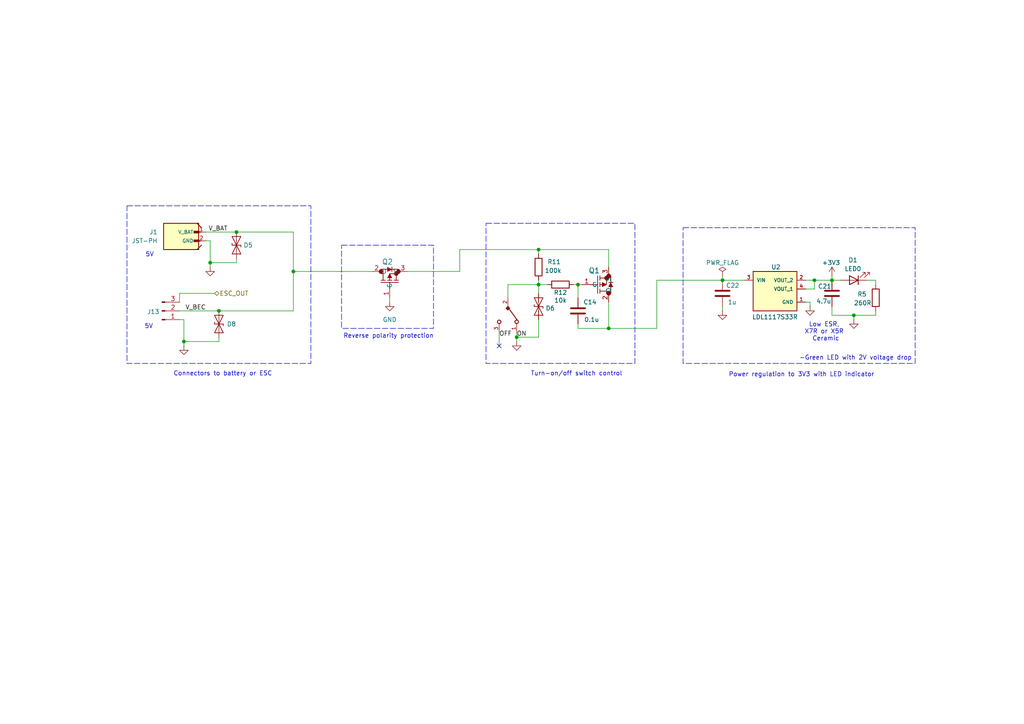
<source format=kicad_sch>
(kicad_sch (version 20250114) (generator "eeschema") (generator_version "9.0")
  (paper "A4")
  (lib_symbols
    (symbol "Connector:Conn_01x03_Pin" (pin_names (offset 1.016) (hide yes))
      (property "Reference" "J" (at 0 5.08 0))
      (property "Value" "Conn_01x03_Pin" (at 0 -5.08 0))
      (symbol "Conn_01x03_Pin_1_1"
        (rectangle (start 0.8636 2.667) (end 0 2.413) (stroke (width 0.1524)) (fill (type outline)))
        (rectangle (start 0.8636 0.127) (end 0 -0.127) (stroke (width 0.1524)) (fill (type outline)))
        (rectangle (start 0.8636 -2.413) (end 0 -2.667) (stroke (width 0.1524)) (fill (type outline)))
        (polyline (pts (xy 1.27 2.54) (xy 0.8636 2.54)) (stroke (width 0.1524)))
        (polyline (pts (xy 1.27 0) (xy 0.8636 0)) (stroke (width 0.1524)))
        (polyline (pts (xy 1.27 -2.54) (xy 0.8636 -2.54)) (stroke (width 0.1524)))
        (pin passive line (at 5.08 2.54 180) (length 3.81) (name "Pin_1") (number "1"))
        (pin passive line (at 5.08 0 180) (length 3.81) (name "Pin_2") (number "2"))
        (pin passive line (at 5.08 -2.54 180) (length 3.81) (name "Pin_3") (number "3"))
      )
    )
    (symbol "Device:C" (pin_numbers (hide yes)) (pin_names (offset 0.254))
      (property "Reference" "C" (at 0.635 2.54 0))
      (property "Value" "C" (at 0.635 -2.54 0))
      (symbol "C_0_1"
        (polyline (pts (xy -2.032 0.762) (xy 2.032 0.762)) (stroke (width 0.508)))
        (polyline (pts (xy -2.032 -0.762) (xy 2.032 -0.762)) (stroke (width 0.508)))
      )
      (symbol "C_1_1"
        (pin passive line (at 0 3.81 270) (length 2.794) (name "~") (number "1"))
        (pin passive line (at 0 -3.81 90) (length 2.794) (name "~") (number "2"))
      )
    )
    (symbol "Device:LED" (pin_numbers (hide yes)) (pin_names (offset 1.016) (hide yes))
      (property "Reference" "D" (at 0 2.54 0))
      (property "Value" "LED" (at 0 -2.54 0))
      (symbol "LED_0_1"
        (polyline (pts (xy -3.048 -0.762) (xy -4.572 -2.286) (xy -3.81 -2.286) (xy -4.572 -2.286) (xy -4.572 -1.524)))
        (polyline (pts (xy -1.778 -0.762) (xy -3.302 -2.286) (xy -2.54 -2.286) (xy -3.302 -2.286) (xy -3.302 -1.524)))
        (polyline (pts (xy -1.27 0) (xy 1.27 0)))
        (polyline (pts (xy -1.27 -1.27) (xy -1.27 1.27)) (stroke (width 0.254)))
        (polyline (pts (xy 1.27 -1.27) (xy 1.27 1.27) (xy -1.27 0) (xy 1.27 -1.27)) (stroke (width 0.254)))
      )
      (symbol "LED_1_1"
        (pin passive line (at -3.81 0 0) (length 2.54) (name "K") (number "1"))
        (pin passive line (at 3.81 0 180) (length 2.54) (name "A") (number "2"))
      )
    )
    (symbol "Device:R" (pin_numbers (hide yes)) (pin_names (offset 0))
      (property "Reference" "R" (at 2.032 0 90))
      (property "Value" "R" (at 0 0 90))
      (symbol "R_0_1"
        (rectangle (start -1.016 -2.54) (end 1.016 2.54) (stroke (width 0.254)))
      )
      (symbol "R_1_1"
        (pin passive line (at 0 3.81 270) (length 1.27) (name "~") (number "1"))
        (pin passive line (at 0 -3.81 90) (length 1.27) (name "~") (number "2"))
      )
    )
    (symbol "Diode:SMAJ5.0CA" (pin_numbers (hide yes)) (pin_names (offset 1.016) (hide yes))
      (property "Reference" "D" (at 0 2.54 0))
      (property "Value" "SMAJ5.0CA" (at 0 -2.54 0))
      (symbol "SMAJ5.0CA_0_1"
        (polyline (pts (xy -2.54 -1.27) (xy 0 0) (xy -2.54 1.27) (xy -2.54 -1.27)) (stroke (width 0.2032)))
        (polyline (pts (xy 0.508 1.27) (xy 0 1.27) (xy 0 -1.27) (xy -0.508 -1.27)) (stroke (width 0.2032)))
        (polyline (pts (xy 1.27 0) (xy -1.27 0)))
        (polyline (pts (xy 2.54 1.27) (xy 2.54 -1.27) (xy 0 0) (xy 2.54 1.27)) (stroke (width 0.2032)))
      )
      (symbol "SMAJ5.0CA_1_1"
        (pin passive line (at -3.81 0 0) (length 2.54) (name "A1") (number "1"))
        (pin passive line (at 3.81 0 180) (length 2.54) (name "A2") (number "2"))
      )
    )
    (symbol "gambos-symbols:DMP4047SK3-13" (pin_names (offset 0.254))
      (property "Reference" "Q" (at 11.43 1.905 0))
      (property "Value" "DMP4047SK3-13" (at 8.128 -16.764 0))
      (symbol "DMP4047SK3-13_0_1"
        (polyline (pts (xy 2.54 0) (xy 4.445 0)) (stroke (width 0.2032)))
        (polyline (pts (xy 4.445 -2.54) (xy 4.445 2.54)) (stroke (width 0.2032)))
        (polyline (pts (xy 5.08 1.905) (xy 6.985 1.905)) (stroke (width 0.2032)))
        (polyline (pts (xy 5.08 1.27) (xy 5.08 2.54)) (stroke (width 0.2032)))
        (polyline (pts (xy 5.08 0) (xy 5.715 0)) (stroke (width 0.2032)))
        (polyline (pts (xy 5.08 -0.635) (xy 5.08 0.635)) (stroke (width 0.2032)))
        (polyline (pts (xy 5.08 -1.905) (xy 7.112 -1.905)) (stroke (width 0.2032)))
        (polyline (pts (xy 5.08 -2.54) (xy 5.08 -1.27)) (stroke (width 0.2032)))
        (polyline (pts (xy 5.715 0.635) (xy 6.985 0) (xy 5.715 -0.635)) (fill (type outline)))
        (polyline (pts (xy 6.985 2.54) (xy 8.255 2.54)) (stroke (width 0.2032)))
        (polyline (pts (xy 6.985 1.905) (xy 6.985 2.54)) (stroke (width 0.2032)))
        (circle (center 6.985 -1.905) (radius 0.127) (stroke (width 0.508)))
        (polyline (pts (xy 6.985 -2.54) (xy 6.985 0)) (stroke (width 0.2032)))
        (polyline (pts (xy 6.985 -2.54) (xy 8.255 -2.54)) (stroke (width 0.2032)))
        (circle (center 7.62 2.54) (radius 0.127) (stroke (width 0.508)))
        (circle (center 7.62 -2.54) (radius 0.127) (stroke (width 0.508)))
        (polyline (pts (xy 8.255 0.635) (xy 8.255 2.54)) (stroke (width 0.2032)))
        (polyline (pts (xy 8.255 -2.54) (xy 8.255 -0.635)) (stroke (width 0.2032)))
        (polyline (pts (xy 8.89 0.635) (xy 7.62 0.635) (xy 8.255 -0.635)) (fill (type outline)))
        (polyline (pts (xy 8.89 -0.635) (xy 7.62 -0.635)) (stroke (width 0.2032)))
        (pin unspecified line (at 0 0 0) (length 2.54) (name "G") (number "1"))
        (pin unspecified line (at 7.62 5.08 270) (length 2.54) (name "D") (number "2"))
        (pin unspecified line (at 7.62 -5.08 90) (length 2.54) (name "S") (number "3"))
      )
    )
    (symbol "gambos-symbols:JST-PH" (pin_names (offset 1.016))
      (property "Reference" "J" (at -5.58 5.08 0))
      (property "Value" "JST-PH" (at -5.08 -5.08 0))
      (symbol "JST-PH_0_0"
        (polyline (pts (xy -5.08 3.81) (xy -3.81 5.08)) (stroke (width 0.254)))
        (polyline (pts (xy -5.08 2.54) (xy -3.175 2.54)) (stroke (width 0.254)))
        (polyline (pts (xy -5.08 0) (xy -3.175 0)) (stroke (width 0.254)))
        (polyline (pts (xy -5.08 -1.27) (xy -3.81 -2.54)) (stroke (width 0.254)))
        (rectangle (start -4.445 2.2225) (end -2.8575 2.8575) (stroke (width 0.1)) (fill (type outline)))
        (rectangle (start -4.445 -0.3175) (end -2.8575 0.3175) (stroke (width 0.1)) (fill (type outline)))
        (rectangle (start -4.2863 -2.54) (end 5.8738 5.08) (stroke (width 0.254)) (fill (type background)))
        (pin passive line (at -6.35 2.54 0) (length 2.54) (name "V_BAT") (number "1"))
        (pin passive line (at -6.35 0 0) (length 2.54) (name "GND") (number "2"))
      )
    )
    (symbol "gambos-symbols:LDL1117S33R" (pin_names (offset 1.016))
      (property "Reference" "U" (at 2.794 5.842 0))
      (property "Value" "LDL1117S33R" (at -3.048 -8.89 0))
      (symbol "LDL1117S33R_0_0"
        (rectangle (start -2.54 5.08) (end 10.16 -6.35) (stroke (width 0.254)) (fill (type background)))
        (pin input line (at -5.08 2.54 0) (length 2.54) (name "VIN") (number "3"))
        (pin power_in line (at 12.7 -3.81 180) (length 2.54) (name "GND") (number "1"))
      )
      (symbol "LDL1117S33R_1_0"
        (pin output line (at 12.7 2.54 180) (length 2.54) (name "VOUT_2") (number "2"))
        (pin output line (at 12.7 0 180) (length 2.54) (name "VOUT_1") (number "4"))
      )
    )
    (symbol "gambos-symbols:Slide_switch" (pin_names (offset 1.016))
      (property "Reference" "Slide_SW" (at 0.508 5.334 0))
      (property "Value" "450404015514" (at -12.7 -4.826 0))
      (symbol "Slide_switch_0_0"
        (polyline (pts (xy -2.032 -0.508) (xy -2.54 0) (xy -2.032 0.508) (xy -1.524 0) (xy -2.032 -0.508)) (stroke (width 0.254)) (fill (type outline)))
        (polyline (pts (xy -1.646 0.5) (xy 1.4 2.7)) (stroke (width 0.254)))
        (circle (center 1.905 2.54) (radius 0.508) (stroke (width 0.254)))
        (circle (center 1.905 -2.54) (radius 0.508) (stroke (width 0.254)))
        (pin passive line (at -5.08 0 0) (length 2.54) (name "~") (number "2"))
        (pin passive line (at 5.08 2.54 180) (length 2.54) (name "~") (number "1"))
        (pin passive line (at 5.08 -2.54 180) (length 2.54) (name "~") (number "3"))
      )
    )
    (symbol "power:+3V3" (power) (pin_numbers (hide yes)) (pin_names (offset 0) (hide yes))
      (property "Value" "+3V3" (at 0 3.556 0))
      (symbol "+3V3_0_1"
        (polyline (pts (xy -0.762 1.27) (xy 0 2.54)))
        (polyline (pts (xy 0 2.54) (xy 0.762 1.27)))
        (polyline (pts (xy 0 0) (xy 0 2.54)))
      )
      (symbol "+3V3_1_1"
        (pin power_in line (at 0 0 90) (length 0) (name "~") (number "1"))
      )
    )
    (symbol "power:GND" (power) (pin_numbers (hide yes)) (pin_names (offset 0) (hide yes))
      (property "Value" "GND" (at 0 -3.81 0))
      (symbol "GND_0_1"
        (polyline (pts (xy 0 0) (xy 0 -1.27) (xy 1.27 -1.27) (xy 0 -2.54) (xy -1.27 -1.27) (xy 0 -1.27)))
      )
      (symbol "GND_1_1"
        (pin power_in line (at 0 0 270) (length 0) (name "~") (number "1"))
      )
    )
    (symbol "power:PWR_FLAG" (power) (pin_numbers (hide yes)) (pin_names (offset 0) (hide yes))
      (property "Value" "PWR_FLAG" (at 0 3.81 0))
      (symbol "PWR_FLAG_0_0"
        (pin power_out line (at 0 0 90) (length 0) (name "~") (number "1"))
      )
      (symbol "PWR_FLAG_0_1"
        (polyline (pts (xy 0 0) (xy 0 1.27) (xy -1.016 1.905) (xy 0 2.54) (xy 1.016 1.905) (xy 0 1.27)))
      )
    )
  )
  (rectangle (start 198.12 66.04) (end 265.43 105.41) (stroke (width 0) (type dash)))
  (rectangle (start 140.97 64.77) (end 184.15 105.41) (stroke (width 0) (type dash)))
  (rectangle (start 36.83 59.69) (end 90.17 105.41) (stroke (width 0) (type dash)))
  (rectangle (start 99.06 71.12) (end 125.73 95.25) (stroke (width 0) (type dash)))
  (text "5V" (at 42.164 73.914 0) (effects (font (size 1.27 1.27)) (justify left)))
  (text "Low ESR, \nX7R or X5R \nCeramic\n" (at 239.522 96.266 0) (effects (font (size 1.27 1.27))))
  (text "Reverse polarity protection" (at 99.568 97.536 0) (effects (font (size 1.27 1.27)) (justify left)))
  (text "Connectors to battery or ESC" (at 50.292 108.458 0) (effects (font (size 1.27 1.27)) (justify left)))
  (text "Power regulation to 3V3 with LED indicator" (at 211.328 108.712 0) (effects (font (size 1.27 1.27)) (justify left)))
  (text "5V" (at 41.91 94.742 0) (effects (font (size 1.27 1.27)) (justify left)))
  (text "Turn-on/off switch control" (at 153.924 108.458 0) (effects (font (size 1.27 1.27)) (justify left)))
  (text "-Green LED with 2V voltage drop" (at 248.158 103.886 0) (effects (font (size 1.27 1.27))))
  (junction (at 85.09 78.74))
  (junction (at 236.22 81.28))
  (junction (at 209.55 81.28))
  (junction (at 53.34 99.06))
  (junction (at 176.53 95.25))
  (junction (at 247.65 91.44))
  (junction (at 149.86 97.79))
  (junction (at 167.64 82.55))
  (junction (at 241.3 81.28))
  (junction (at 68.58 67.31))
  (junction (at 60.96 76.2))
  (junction (at 156.21 72.39))
  (junction (at 63.5 90.17))
  (junction (at 156.21 82.55))
  (no_connect (at 144.78 100.33))
  (wire (pts (xy 156.21 92.71) (xy 156.21 97.79)))
  (wire (pts (xy 156.21 81.28) (xy 156.21 82.55)))
  (wire (pts (xy 167.64 82.55) (xy 168.91 82.55)))
  (wire (pts (xy 53.34 99.06) (xy 53.34 100.33)))
  (wire (pts (xy 247.65 91.44) (xy 254 91.44)))
  (wire (pts (xy 85.09 78.74) (xy 107.95 78.74)))
  (wire (pts (xy 60.96 69.85) (xy 60.96 76.2)))
  (wire (pts (xy 63.5 90.17) (xy 85.09 90.17)))
  (wire (pts (xy 68.58 76.2) (xy 60.96 76.2)))
  (wire (pts (xy 60.96 76.2) (xy 60.96 77.47)))
  (wire (pts (xy 167.64 93.98) (xy 167.64 95.25)))
  (wire (pts (xy 209.55 88.9) (xy 209.55 90.17)))
  (wire (pts (xy 144.78 96.52) (xy 144.78 100.33)))
  (wire (pts (xy 118.11 78.74) (xy 133.35 78.74)))
  (wire (pts (xy 254 81.28) (xy 254 82.55)))
  (wire (pts (xy 133.35 72.39) (xy 156.21 72.39)))
  (wire (pts (xy 209.55 80.01) (xy 209.55 81.28)))
  (wire (pts (xy 53.34 92.71) (xy 53.34 99.06)))
  (wire (pts (xy 209.55 81.28) (xy 215.9 81.28)))
  (wire (pts (xy 149.86 96.52) (xy 149.86 97.79)))
  (wire (pts (xy 156.21 82.55) (xy 158.75 82.55)))
  (wire (pts (xy 52.07 92.71) (xy 53.34 92.71)))
  (wire (pts (xy 52.07 90.17) (xy 63.5 90.17)))
  (wire (pts (xy 52.07 85.09) (xy 62.23 85.09)))
  (wire (pts (xy 85.09 67.31) (xy 85.09 78.74)))
  (wire (pts (xy 233.68 83.82) (xy 236.22 83.82)))
  (wire (pts (xy 156.21 97.79) (xy 149.86 97.79)))
  (wire (pts (xy 68.58 67.31) (xy 85.09 67.31)))
  (wire (pts (xy 247.65 91.44) (xy 247.65 92.71)))
  (wire (pts (xy 59.69 67.31) (xy 68.58 67.31)))
  (wire (pts (xy 176.53 87.63) (xy 176.53 95.25)))
  (wire (pts (xy 166.37 82.55) (xy 167.64 82.55)))
  (wire (pts (xy 241.3 88.9) (xy 241.3 91.44)))
  (wire (pts (xy 176.53 95.25) (xy 190.5 95.25)))
  (wire (pts (xy 236.22 81.28) (xy 241.3 81.28)))
  (wire (pts (xy 241.3 91.44) (xy 247.65 91.44)))
  (wire (pts (xy 156.21 73.66) (xy 156.21 72.39)))
  (wire (pts (xy 113.03 86.36) (xy 113.03 87.63)))
  (wire (pts (xy 156.21 72.39) (xy 176.53 72.39)))
  (wire (pts (xy 147.32 82.55) (xy 147.32 86.36)))
  (wire (pts (xy 176.53 72.39) (xy 176.53 77.47)))
  (wire (pts (xy 147.32 82.55) (xy 156.21 82.55)))
  (wire (pts (xy 234.95 88.9) (xy 234.95 87.63)))
  (wire (pts (xy 68.58 74.93) (xy 68.58 76.2)))
  (wire (pts (xy 63.5 99.06) (xy 53.34 99.06)))
  (wire (pts (xy 254 91.44) (xy 254 90.17)))
  (wire (pts (xy 241.3 81.28) (xy 243.84 81.28)))
  (wire (pts (xy 236.22 83.82) (xy 236.22 81.28)))
  (wire (pts (xy 233.68 81.28) (xy 236.22 81.28)))
  (wire (pts (xy 149.86 97.79) (xy 149.86 99.06)))
  (wire (pts (xy 241.3 80.01) (xy 241.3 81.28)))
  (wire (pts (xy 190.5 81.28) (xy 209.55 81.28)))
  (wire (pts (xy 156.21 82.55) (xy 156.21 85.09)))
  (wire (pts (xy 234.95 87.63) (xy 233.68 87.63)))
  (wire (pts (xy 85.09 90.17) (xy 85.09 78.74)))
  (wire (pts (xy 251.46 81.28) (xy 254 81.28)))
  (wire (pts (xy 133.35 78.74) (xy 133.35 72.39)))
  (wire (pts (xy 190.5 95.25) (xy 190.5 81.28)))
  (wire (pts (xy 167.64 95.25) (xy 176.53 95.25)))
  (wire (pts (xy 63.5 97.79) (xy 63.5 99.06)))
  (wire (pts (xy 52.07 85.09) (xy 52.07 87.63)))
  (wire (pts (xy 167.64 82.55) (xy 167.64 86.36)))
  (wire (pts (xy 59.69 69.85) (xy 60.96 69.85)))
  (label "OFF" (at 144.78 97.79 0))
  (label "V_BAT" (at 66.04 67.31 180))
  (label "ON" (at 149.86 97.79 0))
  (label "V_BEC" (at 59.69 90.17 180))
  (hierarchical_label "ESC_OUT" (shape bidirectional) (at 62.23 85.09 0))
  (symbol (lib_id "power:GND") (at 113.03 87.63 0) (unit 1)
    (property "Reference" "#PWR063" (effects (hide yes)))
    (property "Value" "GND" (at 113.03 92.71 0))
    (property "Description" "Power symbol creates a global label with name \"GND\" , ground" (effects (hide yes)))
  )
  (symbol (lib_id "gambos-symbols:Slide_switch") (at 147.32 91.44 270) (unit 1)
    (property "Reference" "Slide_SW1" (effects (hide yes)))
    (property "Value" "450404015514" (effects (hide yes)))
    (property "Footprint" "gambos-pcb:450404015514" (effects (hide yes)))
    (property "Datasheet" "https://www.digikey.com/en/products/detail/w%C3%BCrth-elektronik/450404015514/9950812" (effects (hide yes)))
  )
  (symbol (lib_id "power:GND") (at 247.65 92.71 0) (unit 1)
    (property "Reference" "#PWR044" (effects (hide yes)))
    (property "Value" "GND" (effects (hide yes)))
    (property "Description" "Power symbol creates a global label with name \"GND\" , ground" (effects (hide yes)))
  )
  (symbol (lib_id "Device:C") (at 209.55 85.09 0) (unit 1)
    (property "Reference" "C22" (at 210.566 82.804 0) (effects (justify left)))
    (property "Value" "1u" (at 211.074 87.63 0) (effects (justify left)))
    (property "Footprint" "Capacitor_SMD:C_0603_1608Metric" (effects (hide yes)))
    (property "Description" "Unpolarized capacitor" (effects (hide yes)))
  )
  (symbol (lib_id "Diode:SMAJ5.0CA") (at 68.58 71.12 90) (unit 1)
    (property "Reference" "D5" (at 70.612 71.12 90) (effects (justify right)))
    (property "Value" "SMAJ5.0CA" (effects (hide yes)))
    (property "Footprint" "Diode_SMD:D_SMA" (effects (hide yes)))
    (property "Datasheet" "https://www.digikey.com/en/products/detail/bourns-inc/SMAJ5-0CA/2254237" (effects (hide yes)))
    (property "Description" "400W bidirectional Transient Voltage Suppressor, 5.0Vr, SMA(DO-214AC)" (effects (hide yes)))
  )
  (symbol (lib_id "Device:R") (at 254 86.36 0) (unit 1)
    (property "Reference" "R5" (at 248.666 85.344 0) (effects (justify left)))
    (property "Value" "260R" (at 247.65 87.884 0) (effects (justify left)))
    (property "Footprint" "Resistor_SMD:R_0402_1005Metric" (effects (hide yes)))
    (property "Description" "Resistor" (effects (hide yes)))
  )
  (symbol (lib_id "power:PWR_FLAG") (at 209.55 80.01 0) (unit 1)
    (property "Reference" "#FLG02" (effects (hide yes)))
    (property "Value" "PWR_FLAG" (at 209.55 76.2 0))
    (property "Description" "Special symbol for telling ERC where power comes from" (effects (hide yes)))
  )
  (symbol (lib_id "gambos-symbols:DMP4047SK3-13") (at 168.91 82.55 0) (mirror x) (unit 1)
    (property "Reference" "Q1" (at 170.688 78.486 0) (effects (font (size 1.524 1.524)) (justify left)))
    (property "Value" "DMP4047SK3-13" (effects (hide yes)))
    (property "Footprint" "gambos-pcb:PMOSGDS_TO252DPAK_DIO-M" (effects (hide yes)))
    (property "Datasheet" "https://www.digikey.de/en/products/detail/diodes-incorporated/DMP4047SK3-13/5147402?s=N4IgTCBcDaICIFkAKAWADCg7AZQNIGYQBdAXyA" (effects (hide yes)))
  )
  (symbol (lib_id "gambos-symbols:DMP4047SK3-13") (at 113.03 86.36 90) (unit 1)
    (property "Reference" "Q2" (at 114.046 75.946 90) (effects (font (size 1.524 1.524)) (justify left)))
    (property "Value" "DMP4047SK3-13" (effects (hide yes)))
    (property "Footprint" "gambos-pcb:PMOSGDS_TO252DPAK_DIO-M" (effects (hide yes)))
    (property "Datasheet" "https://www.digikey.de/en/products/detail/diodes-incorporated/DMP4047SK3-13/5147402?s=N4IgTCBcDaICIFkAKAWADCg7AZQNIGYQBdAXyA" (effects (hide yes)))
  )
  (symbol (lib_id "Device:C") (at 167.64 90.17 0) (unit 1)
    (property "Reference" "C14" (at 169.164 87.63 0) (effects (justify left)))
    (property "Value" "0.1u" (at 169.418 92.71 0) (effects (justify left)))
    (property "Description" "Unpolarized capacitor" (effects (hide yes)))
  )
  (symbol (lib_id "gambos-symbols:JST-PH") (at 53.34 69.85 0) (mirror y) (unit 1)
    (property "Reference" "J1" (at 45.72 67.3099 0) (effects (justify left)))
    (property "Value" "JST-PH" (at 45.72 69.8499 0) (effects (justify left)))
    (property "Footprint" "gambos-pcb:JST-PH" (effects (hide yes)))
    (property "Datasheet" "https://www.digikey.de/en/products/detail/jst-sales-america-inc/B2B-PH-K-S/926611" (effects (hide yes)))
  )
  (symbol (lib_id "Device:C") (at 241.3 85.09 0) (unit 1)
    (property "Reference" "C21" (at 237.236 83.058 0) (effects (justify left)))
    (property "Value" "4.7u" (at 236.728 87.376 0) (effects (justify left)))
    (property "Footprint" "Capacitor_SMD:C_0603_1608Metric" (effects (hide yes)))
    (property "Description" "Unpolarized capacitor" (effects (hide yes)))
  )
  (symbol (lib_id "power:GND") (at 53.34 100.33 0) (mirror y) (unit 1)
    (property "Reference" "#PWR061" (effects (hide yes)))
    (property "Value" "GND" (effects (hide yes)))
    (property "Description" "Power symbol creates a global label with name \"GND\" , ground" (effects (hide yes)))
  )
  (symbol (lib_id "power:GND") (at 149.86 99.06 0) (unit 1)
    (property "Reference" "#PWR024" (effects (hide yes)))
    (property "Value" "GND" (effects (hide yes)))
    (property "Description" "Power symbol creates a global label with name \"GND\" , ground" (effects (hide yes)))
  )
  (symbol (lib_id "power:+3V3") (at 241.3 80.01 0) (unit 1)
    (property "Reference" "#PWR039" (effects (hide yes)))
    (property "Value" "+3V3" (at 241.046 76.2 0))
    (property "Description" "Power symbol creates a global label with name \"+3V3\"" (effects (hide yes)))
  )
  (symbol (lib_id "power:GND") (at 209.55 90.17 0) (unit 1)
    (property "Reference" "#PWR037" (effects (hide yes)))
    (property "Value" "GND" (effects (hide yes)))
    (property "Description" "Power symbol creates a global label with name \"GND\" , ground" (effects (hide yes)))
  )
  (symbol (lib_id "Connector:Conn_01x03_Pin") (at 46.99 90.17 0) (mirror x) (unit 1)
    (property "Reference" "J13" (at 44.45 90.424 0))
    (property "Value" "Conn_01x03_Pin" (effects (hide yes)))
    (property "Footprint" "Connector_PinHeader_1.00mm:PinHeader_1x03_P1.00mm_Vertical" (effects (hide yes)))
    (property "Description" "Generic connector, single row, 01x03, script generated" (effects (hide yes)))
  )
  (symbol (lib_id "Diode:SMAJ5.0CA") (at 156.21 88.9 90) (unit 1)
    (property "Reference" "D6" (at 158.242 89.408 90) (effects (justify right)))
    (property "Value" "SMAJ5.0CA" (effects (hide yes)))
    (property "Footprint" "Diode_SMD:D_SMA" (effects (hide yes)))
    (property "Datasheet" "https://www.digikey.com/en/products/detail/bourns-inc/SMAJ5-0CA/2254237" (effects (hide yes)))
    (property "Description" "400W bidirectional Transient Voltage Suppressor, 5.0Vr, SMA(DO-214AC)" (effects (hide yes)))
  )
  (symbol (lib_id "Device:R") (at 162.56 82.55 90) (unit 1)
    (property "Reference" "R12" (at 162.56 84.836 90))
    (property "Value" "10k" (at 162.56 87.122 90))
    (property "Footprint" "Resistor_SMD:R_0402_1005Metric" (effects (hide yes)))
    (property "Description" "Resistor" (effects (hide yes)))
  )
  (symbol (lib_id "Diode:SMAJ5.0CA") (at 63.5 93.98 90) (unit 1)
    (property "Reference" "D8" (at 65.786 93.98 90) (effects (justify right)))
    (property "Value" "SMAJ5.0CA" (effects (hide yes)))
    (property "Footprint" "Diode_SMD:D_SMA" (effects (hide yes)))
    (property "Datasheet" "https://www.digikey.com/en/products/detail/bourns-inc/SMAJ5-0CA/2254237" (effects (hide yes)))
    (property "Description" "400W bidirectional Transient Voltage Suppressor, 5.0Vr, SMA(DO-214AC)" (effects (hide yes)))
  )
  (symbol (lib_id "gambos-symbols:LDL1117S33R") (at 220.98 83.82 0) (unit 1)
    (property "Reference" "U2" (at 225.044 77.47 0))
    (property "Value" "LDL1117S33R" (at 224.79 91.948 0))
    (property "Footprint" "gambos-pcb:LDL1117S33R" (effects (hide yes)))
    (property "Datasheet" "https://www.digikey.com/en/products/detail/stmicroelectronics/LDL1117S33R/7102071" (effects (hide yes)))
  )
  (symbol (lib_id "Device:R") (at 156.21 77.47 0) (unit 1)
    (property "Reference" "R11" (at 158.75 75.946 0) (effects (justify left)))
    (property "Value" "100k" (at 157.988 78.486 0) (effects (justify left)))
    (property "Footprint" "Resistor_SMD:R_0402_1005Metric" (effects (hide yes)))
    (property "Description" "Resistor" (effects (hide yes)))
  )
  (symbol (lib_id "power:GND") (at 60.96 77.47 0) (mirror y) (unit 1)
    (property "Reference" "#PWR069" (effects (hide yes)))
    (property "Value" "GND" (effects (hide yes)))
    (property "Description" "Power symbol creates a global label with name \"GND\" , ground" (effects (hide yes)))
  )
  (symbol (lib_id "Device:LED") (at 247.65 81.28 180) (unit 1)
    (property "Reference" "D1" (at 247.396 75.438 0))
    (property "Value" "LED0" (at 247.396 77.978 0))
    (property "Footprint" "LED_SMD:LED_0603_1608Metric" (effects (hide yes)))
    (property "Description" "Light emitting diode" (effects (hide yes)))
    (property "Sim.Pins" "1=K 2=A" (effects (hide yes)))
  )
  (symbol (lib_id "power:GND") (at 234.95 88.9 0) (unit 1)
    (property "Reference" "#PWR041" (effects (hide yes)))
    (property "Value" "GND" (effects (hide yes)))
    (property "Description" "Power symbol creates a global label with name \"GND\" , ground" (effects (hide yes)))
  )
)
</source>
